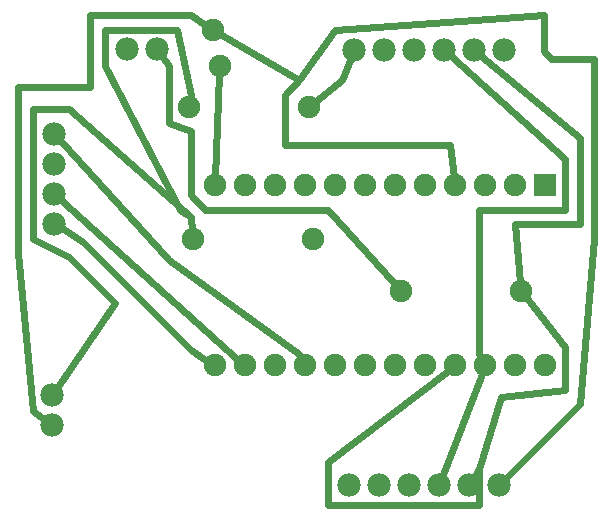
<source format=gtl>
G04 MADE WITH FRITZING*
G04 WWW.FRITZING.ORG*
G04 DOUBLE SIDED*
G04 HOLES PLATED*
G04 CONTOUR ON CENTER OF CONTOUR VECTOR*
%ASAXBY*%
%FSLAX23Y23*%
%MOIN*%
%OFA0B0*%
%SFA1.0B1.0*%
%ADD10C,0.078000*%
%ADD11C,0.075433*%
%ADD12C,0.075000*%
%ADD13R,0.075000X0.075000*%
%ADD14C,0.024000*%
%LNCOPPER1*%
G90*
G70*
G54D10*
X499Y1685D03*
X399Y1685D03*
G54D11*
X708Y1629D03*
X684Y1749D03*
G54D12*
X618Y1050D03*
X1018Y1050D03*
X1713Y879D03*
X1313Y879D03*
X1006Y1492D03*
X606Y1492D03*
X1791Y1230D03*
X1791Y630D03*
X1691Y1230D03*
X1691Y630D03*
X1591Y1230D03*
X1591Y630D03*
X1491Y1230D03*
X1491Y630D03*
X1391Y1230D03*
X1391Y630D03*
X1291Y1230D03*
X1291Y630D03*
X1191Y1230D03*
X1191Y630D03*
X1091Y1230D03*
X1091Y630D03*
X991Y1230D03*
X991Y630D03*
X891Y1230D03*
X891Y630D03*
X791Y1230D03*
X791Y630D03*
X691Y1230D03*
X691Y630D03*
G54D10*
X155Y1403D03*
X155Y1303D03*
X155Y1203D03*
X155Y1103D03*
X150Y531D03*
X150Y431D03*
X1638Y230D03*
X1538Y230D03*
X1438Y230D03*
X1338Y230D03*
X1238Y230D03*
X1138Y230D03*
X1656Y1682D03*
X1556Y1682D03*
X1456Y1682D03*
X1356Y1682D03*
X1256Y1682D03*
X1156Y1682D03*
G54D13*
X1791Y1230D03*
G54D14*
X1116Y1581D02*
X1145Y1654D01*
D02*
X1028Y1510D02*
X1116Y1581D01*
D02*
X667Y646D02*
X612Y681D01*
D02*
X252Y1041D02*
X181Y1087D01*
D02*
X612Y681D02*
X252Y1041D01*
D02*
X770Y649D02*
X178Y1183D01*
D02*
X1449Y258D02*
X1581Y603D01*
D02*
X1478Y1662D02*
X1860Y1317D01*
D02*
X1572Y669D02*
X1578Y656D01*
D02*
X1572Y1149D02*
X1572Y669D01*
D02*
X1860Y1149D02*
X1572Y1149D01*
D02*
X1860Y1317D02*
X1860Y1149D01*
D02*
X972Y669D02*
X540Y981D01*
D02*
X978Y656D02*
X972Y669D01*
D02*
X540Y981D02*
X176Y1381D01*
D02*
X540Y1437D02*
X612Y1413D01*
D02*
X540Y1629D02*
X540Y1437D01*
D02*
X517Y1661D02*
X540Y1629D01*
D02*
X1068Y1149D02*
X1293Y901D01*
D02*
X660Y1149D02*
X1068Y1149D01*
D02*
X612Y1197D02*
X660Y1149D01*
D02*
X612Y1413D02*
X612Y1197D01*
D02*
X1468Y613D02*
X1068Y309D01*
D02*
X1644Y525D02*
X1860Y549D01*
D02*
X1572Y285D02*
X1644Y525D01*
D02*
X1572Y165D02*
X1572Y285D01*
D02*
X1068Y165D02*
X1572Y165D01*
D02*
X1068Y309D02*
X1068Y165D01*
D02*
X1860Y693D02*
X1730Y857D01*
D02*
X1860Y549D02*
X1860Y693D01*
D02*
X1554Y255D02*
X1572Y285D01*
D02*
X1579Y1663D02*
X1908Y1389D01*
D02*
X1692Y1101D02*
X1710Y908D01*
D02*
X1908Y1101D02*
X1692Y1101D01*
D02*
X1908Y1389D02*
X1908Y1101D01*
D02*
X576Y1149D02*
X324Y1629D01*
D02*
X612Y1125D02*
X576Y1149D01*
D02*
X616Y1079D02*
X612Y1125D01*
D02*
X324Y1749D02*
X564Y1749D01*
D02*
X324Y1629D02*
X324Y1749D01*
D02*
X612Y1533D02*
X610Y1520D01*
D02*
X564Y1749D02*
X612Y1533D01*
D02*
X167Y556D02*
X360Y837D01*
D02*
X84Y1053D02*
X84Y1485D01*
D02*
X204Y993D02*
X84Y1053D01*
D02*
X360Y837D02*
X204Y993D01*
D02*
X204Y1485D02*
X612Y1125D01*
D02*
X84Y1485D02*
X204Y1485D01*
D02*
X707Y1600D02*
X692Y1259D01*
D02*
X1660Y251D02*
X1908Y501D01*
D02*
X1788Y1677D02*
X1788Y1797D01*
D02*
X1812Y1653D02*
X1788Y1677D01*
D02*
X1956Y1653D02*
X1812Y1653D01*
D02*
X1956Y1053D02*
X1956Y1653D01*
D02*
X1908Y501D02*
X1956Y1053D01*
D02*
X1092Y1749D02*
X972Y1581D01*
D02*
X1788Y1797D02*
X1092Y1749D01*
D02*
X1476Y1365D02*
X1488Y1259D01*
D02*
X924Y1365D02*
X1476Y1365D01*
D02*
X924Y1533D02*
X924Y1365D01*
D02*
X972Y1581D02*
X924Y1533D01*
D02*
X709Y1734D02*
X972Y1581D01*
D02*
X84Y477D02*
X36Y1005D01*
D02*
X125Y448D02*
X84Y477D01*
D02*
X612Y1797D02*
X660Y1765D01*
D02*
X276Y1797D02*
X612Y1797D01*
D02*
X276Y1557D02*
X276Y1797D01*
D02*
X36Y1557D02*
X276Y1557D01*
D02*
X36Y1005D02*
X36Y1557D01*
G04 End of Copper1*
M02*
</source>
